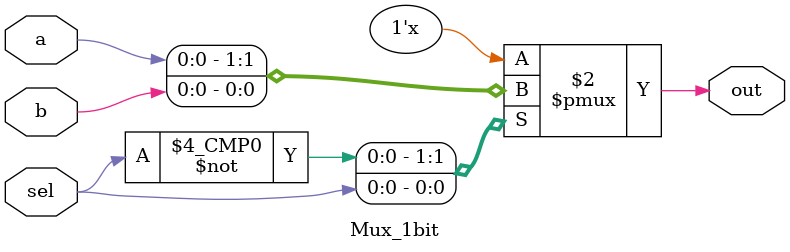
<source format=v>
`timescale 1ns / 1ps


module Mux_1bit(
input a,b,
input sel,
output reg out
    );
always@(*)
case(sel)
0:out=a;
1:out=b;
endcase  
    
endmodule

</source>
